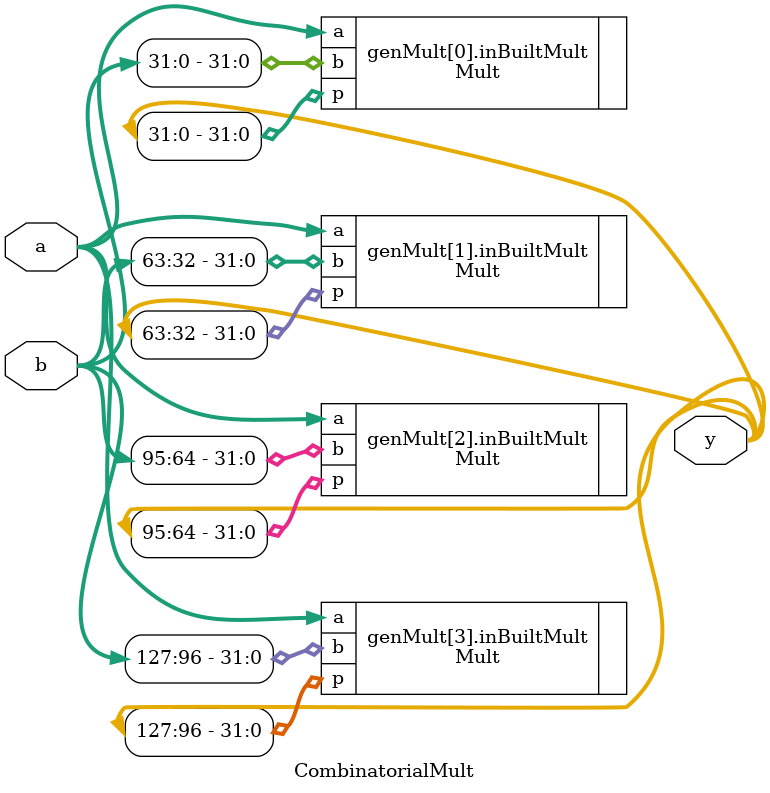
<source format=v>
`timescale 1ns / 1ps
module CombinatorialMult(y,a,b);

	parameter WIDTH = 32;					// wordlength
	parameter SIZE = 4;						// SIZE of vector 

	input [WIDTH-1:0] a;
	input [WIDTH*SIZE-1:0] b; 			// Arow Bcol
	output [WIDTH*SIZE-1:0] y;

	genvar i; 									// multiply the row by column and save results in partial
	generate for (i = 0; i < SIZE  ; i = i+1) begin:genMult
		 Mult inBuiltMult(.p(y[WIDTH*(i+1)-1 : WIDTH*i]), .a(a), .b(b[WIDTH*(i+1)-1 : WIDTH*i]));
	end endgenerate

endmodule

</source>
